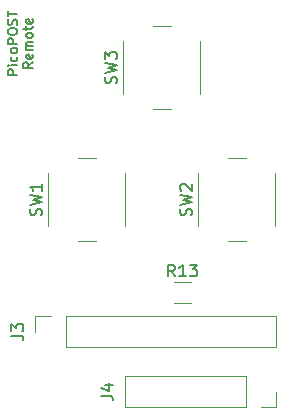
<source format=gbr>
%TF.GenerationSoftware,KiCad,Pcbnew,(6.0.5)*%
%TF.CreationDate,2022-11-12T13:49:09-06:00*%
%TF.ProjectId,remote,72656d6f-7465-42e6-9b69-6361645f7063,rev?*%
%TF.SameCoordinates,Original*%
%TF.FileFunction,Legend,Top*%
%TF.FilePolarity,Positive*%
%FSLAX46Y46*%
G04 Gerber Fmt 4.6, Leading zero omitted, Abs format (unit mm)*
G04 Created by KiCad (PCBNEW (6.0.5)) date 2022-11-12 13:49:09*
%MOMM*%
%LPD*%
G01*
G04 APERTURE LIST*
%ADD10C,0.152400*%
%ADD11C,0.150000*%
%ADD12C,0.120000*%
G04 APERTURE END LIST*
D10*
X81247391Y-108569276D02*
X80434591Y-108569276D01*
X80434591Y-108259638D01*
X80473296Y-108182228D01*
X80512000Y-108143523D01*
X80589410Y-108104819D01*
X80705524Y-108104819D01*
X80782934Y-108143523D01*
X80821638Y-108182228D01*
X80860343Y-108259638D01*
X80860343Y-108569276D01*
X81247391Y-107756476D02*
X80705524Y-107756476D01*
X80434591Y-107756476D02*
X80473296Y-107795180D01*
X80512000Y-107756476D01*
X80473296Y-107717771D01*
X80434591Y-107756476D01*
X80512000Y-107756476D01*
X81208686Y-107021085D02*
X81247391Y-107098495D01*
X81247391Y-107253314D01*
X81208686Y-107330723D01*
X81169981Y-107369428D01*
X81092572Y-107408133D01*
X80860343Y-107408133D01*
X80782934Y-107369428D01*
X80744229Y-107330723D01*
X80705524Y-107253314D01*
X80705524Y-107098495D01*
X80744229Y-107021085D01*
X81247391Y-106556628D02*
X81208686Y-106634038D01*
X81169981Y-106672742D01*
X81092572Y-106711447D01*
X80860343Y-106711447D01*
X80782934Y-106672742D01*
X80744229Y-106634038D01*
X80705524Y-106556628D01*
X80705524Y-106440514D01*
X80744229Y-106363104D01*
X80782934Y-106324400D01*
X80860343Y-106285695D01*
X81092572Y-106285695D01*
X81169981Y-106324400D01*
X81208686Y-106363104D01*
X81247391Y-106440514D01*
X81247391Y-106556628D01*
X81247391Y-105937352D02*
X80434591Y-105937352D01*
X80434591Y-105627714D01*
X80473296Y-105550304D01*
X80512000Y-105511600D01*
X80589410Y-105472895D01*
X80705524Y-105472895D01*
X80782934Y-105511600D01*
X80821638Y-105550304D01*
X80860343Y-105627714D01*
X80860343Y-105937352D01*
X80434591Y-104969733D02*
X80434591Y-104814914D01*
X80473296Y-104737504D01*
X80550705Y-104660095D01*
X80705524Y-104621390D01*
X80976457Y-104621390D01*
X81131276Y-104660095D01*
X81208686Y-104737504D01*
X81247391Y-104814914D01*
X81247391Y-104969733D01*
X81208686Y-105047142D01*
X81131276Y-105124552D01*
X80976457Y-105163257D01*
X80705524Y-105163257D01*
X80550705Y-105124552D01*
X80473296Y-105047142D01*
X80434591Y-104969733D01*
X81208686Y-104311752D02*
X81247391Y-104195638D01*
X81247391Y-104002114D01*
X81208686Y-103924704D01*
X81169981Y-103886000D01*
X81092572Y-103847295D01*
X81015162Y-103847295D01*
X80937753Y-103886000D01*
X80899048Y-103924704D01*
X80860343Y-104002114D01*
X80821638Y-104156933D01*
X80782934Y-104234342D01*
X80744229Y-104273047D01*
X80666819Y-104311752D01*
X80589410Y-104311752D01*
X80512000Y-104273047D01*
X80473296Y-104234342D01*
X80434591Y-104156933D01*
X80434591Y-103963409D01*
X80473296Y-103847295D01*
X80434591Y-103615066D02*
X80434591Y-103150609D01*
X81247391Y-103382838D02*
X80434591Y-103382838D01*
X82555999Y-107504895D02*
X82168951Y-107775828D01*
X82555999Y-107969352D02*
X81743199Y-107969352D01*
X81743199Y-107659714D01*
X81781904Y-107582304D01*
X81820608Y-107543600D01*
X81898018Y-107504895D01*
X82014132Y-107504895D01*
X82091542Y-107543600D01*
X82130246Y-107582304D01*
X82168951Y-107659714D01*
X82168951Y-107969352D01*
X82517294Y-106846914D02*
X82555999Y-106924323D01*
X82555999Y-107079142D01*
X82517294Y-107156552D01*
X82439884Y-107195257D01*
X82130246Y-107195257D01*
X82052837Y-107156552D01*
X82014132Y-107079142D01*
X82014132Y-106924323D01*
X82052837Y-106846914D01*
X82130246Y-106808209D01*
X82207656Y-106808209D01*
X82285065Y-107195257D01*
X82555999Y-106459866D02*
X82014132Y-106459866D01*
X82091542Y-106459866D02*
X82052837Y-106421161D01*
X82014132Y-106343752D01*
X82014132Y-106227638D01*
X82052837Y-106150228D01*
X82130246Y-106111523D01*
X82555999Y-106111523D01*
X82130246Y-106111523D02*
X82052837Y-106072819D01*
X82014132Y-105995409D01*
X82014132Y-105879295D01*
X82052837Y-105801885D01*
X82130246Y-105763180D01*
X82555999Y-105763180D01*
X82555999Y-105260019D02*
X82517294Y-105337428D01*
X82478589Y-105376133D01*
X82401180Y-105414838D01*
X82168951Y-105414838D01*
X82091542Y-105376133D01*
X82052837Y-105337428D01*
X82014132Y-105260019D01*
X82014132Y-105143904D01*
X82052837Y-105066495D01*
X82091542Y-105027790D01*
X82168951Y-104989085D01*
X82401180Y-104989085D01*
X82478589Y-105027790D01*
X82517294Y-105066495D01*
X82555999Y-105143904D01*
X82555999Y-105260019D01*
X82014132Y-104756857D02*
X82014132Y-104447219D01*
X81743199Y-104640742D02*
X82439884Y-104640742D01*
X82517294Y-104602038D01*
X82555999Y-104524628D01*
X82555999Y-104447219D01*
X82517294Y-103866647D02*
X82555999Y-103944057D01*
X82555999Y-104098876D01*
X82517294Y-104176285D01*
X82439884Y-104214990D01*
X82130246Y-104214990D01*
X82052837Y-104176285D01*
X82014132Y-104098876D01*
X82014132Y-103944057D01*
X82052837Y-103866647D01*
X82130246Y-103827942D01*
X82207656Y-103827942D01*
X82285065Y-104214990D01*
D11*
%TO.C,J4*%
X88352380Y-135715333D02*
X89066666Y-135715333D01*
X89209523Y-135762952D01*
X89304761Y-135858190D01*
X89352380Y-136001047D01*
X89352380Y-136096285D01*
X88685714Y-134810571D02*
X89352380Y-134810571D01*
X88304761Y-135048666D02*
X89019047Y-135286761D01*
X89019047Y-134667714D01*
%TO.C,R13*%
X94581142Y-125632380D02*
X94247809Y-125156190D01*
X94009714Y-125632380D02*
X94009714Y-124632380D01*
X94390666Y-124632380D01*
X94485904Y-124680000D01*
X94533523Y-124727619D01*
X94581142Y-124822857D01*
X94581142Y-124965714D01*
X94533523Y-125060952D01*
X94485904Y-125108571D01*
X94390666Y-125156190D01*
X94009714Y-125156190D01*
X95533523Y-125632380D02*
X94962095Y-125632380D01*
X95247809Y-125632380D02*
X95247809Y-124632380D01*
X95152571Y-124775238D01*
X95057333Y-124870476D01*
X94962095Y-124918095D01*
X95866857Y-124632380D02*
X96485904Y-124632380D01*
X96152571Y-125013333D01*
X96295428Y-125013333D01*
X96390666Y-125060952D01*
X96438285Y-125108571D01*
X96485904Y-125203809D01*
X96485904Y-125441904D01*
X96438285Y-125537142D01*
X96390666Y-125584761D01*
X96295428Y-125632380D01*
X96009714Y-125632380D01*
X95914476Y-125584761D01*
X95866857Y-125537142D01*
%TO.C,SW2*%
X95976761Y-120459333D02*
X96024380Y-120316476D01*
X96024380Y-120078380D01*
X95976761Y-119983142D01*
X95929142Y-119935523D01*
X95833904Y-119887904D01*
X95738666Y-119887904D01*
X95643428Y-119935523D01*
X95595809Y-119983142D01*
X95548190Y-120078380D01*
X95500571Y-120268857D01*
X95452952Y-120364095D01*
X95405333Y-120411714D01*
X95310095Y-120459333D01*
X95214857Y-120459333D01*
X95119619Y-120411714D01*
X95072000Y-120364095D01*
X95024380Y-120268857D01*
X95024380Y-120030761D01*
X95072000Y-119887904D01*
X95024380Y-119554571D02*
X96024380Y-119316476D01*
X95310095Y-119126000D01*
X96024380Y-118935523D01*
X95024380Y-118697428D01*
X95119619Y-118364095D02*
X95072000Y-118316476D01*
X95024380Y-118221238D01*
X95024380Y-117983142D01*
X95072000Y-117887904D01*
X95119619Y-117840285D01*
X95214857Y-117792666D01*
X95310095Y-117792666D01*
X95452952Y-117840285D01*
X96024380Y-118411714D01*
X96024380Y-117792666D01*
%TO.C,SW3*%
X89626761Y-109283333D02*
X89674380Y-109140476D01*
X89674380Y-108902380D01*
X89626761Y-108807142D01*
X89579142Y-108759523D01*
X89483904Y-108711904D01*
X89388666Y-108711904D01*
X89293428Y-108759523D01*
X89245809Y-108807142D01*
X89198190Y-108902380D01*
X89150571Y-109092857D01*
X89102952Y-109188095D01*
X89055333Y-109235714D01*
X88960095Y-109283333D01*
X88864857Y-109283333D01*
X88769619Y-109235714D01*
X88722000Y-109188095D01*
X88674380Y-109092857D01*
X88674380Y-108854761D01*
X88722000Y-108711904D01*
X88674380Y-108378571D02*
X89674380Y-108140476D01*
X88960095Y-107950000D01*
X89674380Y-107759523D01*
X88674380Y-107521428D01*
X88674380Y-107235714D02*
X88674380Y-106616666D01*
X89055333Y-106950000D01*
X89055333Y-106807142D01*
X89102952Y-106711904D01*
X89150571Y-106664285D01*
X89245809Y-106616666D01*
X89483904Y-106616666D01*
X89579142Y-106664285D01*
X89626761Y-106711904D01*
X89674380Y-106807142D01*
X89674380Y-107092857D01*
X89626761Y-107188095D01*
X89579142Y-107235714D01*
%TO.C,J3*%
X80756380Y-130635333D02*
X81470666Y-130635333D01*
X81613523Y-130682952D01*
X81708761Y-130778190D01*
X81756380Y-130921047D01*
X81756380Y-131016285D01*
X80756380Y-130254380D02*
X80756380Y-129635333D01*
X81137333Y-129968666D01*
X81137333Y-129825809D01*
X81184952Y-129730571D01*
X81232571Y-129682952D01*
X81327809Y-129635333D01*
X81565904Y-129635333D01*
X81661142Y-129682952D01*
X81708761Y-129730571D01*
X81756380Y-129825809D01*
X81756380Y-130111523D01*
X81708761Y-130206761D01*
X81661142Y-130254380D01*
%TO.C,SW1*%
X83276761Y-120459333D02*
X83324380Y-120316476D01*
X83324380Y-120078380D01*
X83276761Y-119983142D01*
X83229142Y-119935523D01*
X83133904Y-119887904D01*
X83038666Y-119887904D01*
X82943428Y-119935523D01*
X82895809Y-119983142D01*
X82848190Y-120078380D01*
X82800571Y-120268857D01*
X82752952Y-120364095D01*
X82705333Y-120411714D01*
X82610095Y-120459333D01*
X82514857Y-120459333D01*
X82419619Y-120411714D01*
X82372000Y-120364095D01*
X82324380Y-120268857D01*
X82324380Y-120030761D01*
X82372000Y-119887904D01*
X82324380Y-119554571D02*
X83324380Y-119316476D01*
X82610095Y-119126000D01*
X83324380Y-118935523D01*
X82324380Y-118697428D01*
X83324380Y-117792666D02*
X83324380Y-118364095D01*
X83324380Y-118078380D02*
X82324380Y-118078380D01*
X82467238Y-118173619D01*
X82562476Y-118268857D01*
X82610095Y-118364095D01*
D12*
%TO.C,J4*%
X100584000Y-136712000D02*
X90364000Y-136712000D01*
X100584000Y-134052000D02*
X90364000Y-134052000D01*
X103184000Y-136712000D02*
X101854000Y-136712000D01*
X90364000Y-134052000D02*
X90364000Y-136712000D01*
X103184000Y-135382000D02*
X103184000Y-136712000D01*
X100584000Y-134052000D02*
X100584000Y-136712000D01*
%TO.C,R13*%
X94496936Y-127910000D02*
X95951064Y-127910000D01*
X94496936Y-126090000D02*
X95951064Y-126090000D01*
%TO.C,SW2*%
X99072000Y-122626000D02*
X100572000Y-122626000D01*
X103072000Y-121376000D02*
X103072000Y-116876000D01*
X96572000Y-116876000D02*
X96572000Y-121376000D01*
X100572000Y-115626000D02*
X99072000Y-115626000D01*
%TO.C,SW3*%
X90222000Y-105700000D02*
X90222000Y-110200000D01*
X94222000Y-104450000D02*
X92722000Y-104450000D01*
X92722000Y-111450000D02*
X94222000Y-111450000D01*
X96722000Y-110200000D02*
X96722000Y-105700000D01*
%TO.C,J3*%
X85344000Y-128972000D02*
X103184000Y-128972000D01*
X82744000Y-130302000D02*
X82744000Y-128972000D01*
X85344000Y-131632000D02*
X85344000Y-128972000D01*
X82744000Y-128972000D02*
X84074000Y-128972000D01*
X85344000Y-131632000D02*
X103184000Y-131632000D01*
X103184000Y-131632000D02*
X103184000Y-128972000D01*
%TO.C,SW1*%
X90372000Y-121376000D02*
X90372000Y-116876000D01*
X86372000Y-122626000D02*
X87872000Y-122626000D01*
X83872000Y-116876000D02*
X83872000Y-121376000D01*
X87872000Y-115626000D02*
X86372000Y-115626000D01*
%TD*%
M02*

</source>
